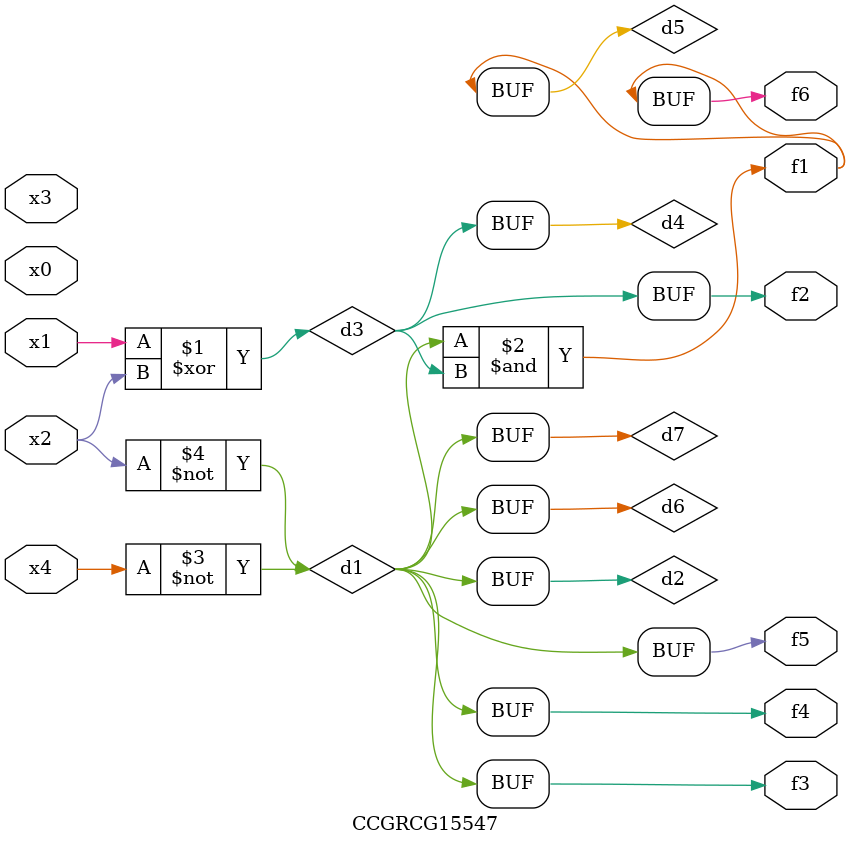
<source format=v>
module CCGRCG15547(
	input x0, x1, x2, x3, x4,
	output f1, f2, f3, f4, f5, f6
);

	wire d1, d2, d3, d4, d5, d6, d7;

	not (d1, x4);
	not (d2, x2);
	xor (d3, x1, x2);
	buf (d4, d3);
	and (d5, d1, d3);
	buf (d6, d1, d2);
	buf (d7, d2);
	assign f1 = d5;
	assign f2 = d4;
	assign f3 = d7;
	assign f4 = d7;
	assign f5 = d7;
	assign f6 = d5;
endmodule

</source>
